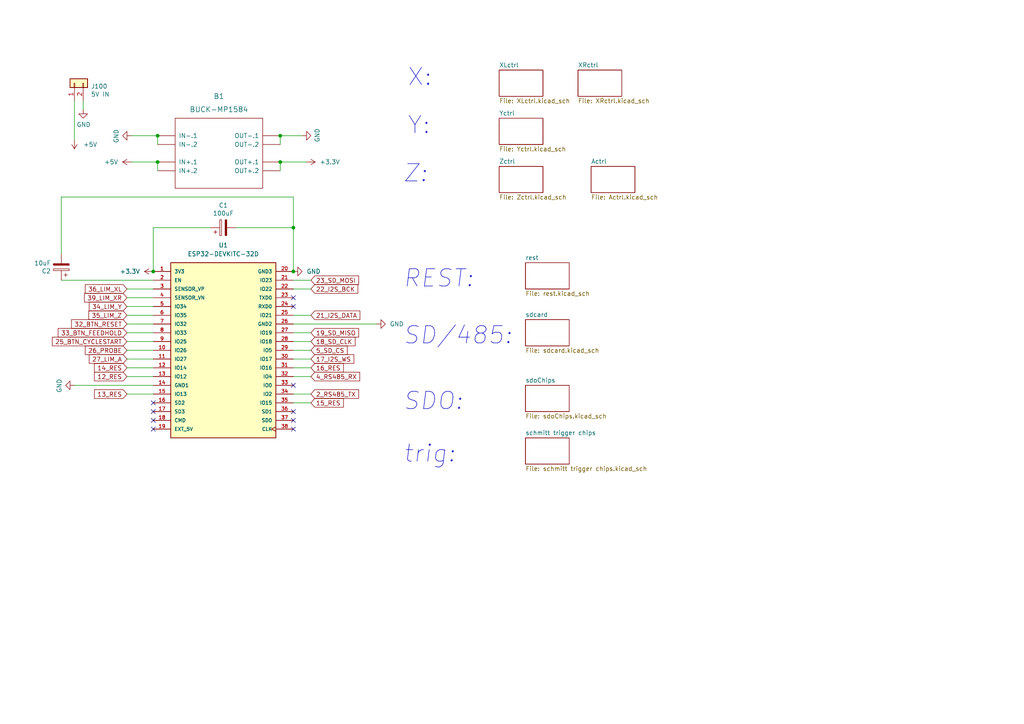
<source format=kicad_sch>
(kicad_sch (version 20211123) (generator eeschema)
  (paper "A4")
  (lib_symbols
    (symbol "Connector_Generic:Conn_01x02" (pin_names (offset 1.016) hide)
      (property "Reference" "J" (at 0 2.54 0))
      (property "Value" "Conn_01x02" (at 0 -5.08 0))
      (symbol "Conn_01x02_1_1"
        (rectangle (start -1.27 -2.413) (end 0 -2.667) (stroke (width 0.1524)))
        (rectangle (start -1.27 0.127) (end 0 -0.127) (stroke (width 0.1524)))
        (rectangle (start -1.27 1.27) (end 1.27 -3.81) (stroke (width 0.254)) (fill (type background)))
        (pin passive line (at -5.08 0 0) (length 3.81) (name "Pin_1") (number "1"))
        (pin passive line (at -5.08 -2.54 0) (length 3.81) (name "Pin_2") (number "2"))
      )
    )
    (symbol "Device:C_Polarized" (pin_numbers hide) (pin_names (offset 0.254))
      (property "Reference" "C" (at 0.635 2.54 0))
      (property "Value" "C_Polarized" (at 0.635 -2.54 0))
      (symbol "C_Polarized_0_1"
        (rectangle (start -2.286 0.508) (end 2.286 1.016))
        (polyline (pts (xy -1.778 2.286) (xy -0.762 2.286)))
        (polyline (pts (xy -1.27 2.794) (xy -1.27 1.778)))
        (rectangle (start 2.286 -0.508) (end -2.286 -1.016) (fill (type outline)))
      )
      (symbol "C_Polarized_1_1"
        (pin passive line (at 0 3.81 270) (length 2.794) (name "~") (number "1"))
        (pin passive line (at 0 -3.81 90) (length 2.794) (name "~") (number "2"))
      )
    )
    (symbol "cncBord3-rescue:DC-DC-STEP-DOWN-MP1584-slydif_standard" (pin_names (offset 1.016))
      (property "Value" "DC-DC-STEP-DOWN-MP1584-slydif_standard" (at -12.7 12.7 0))
      (symbol "DC-DC-STEP-DOWN-MP1584-slydif_standard_1_0"
        (polyline (pts (xy -12.7 -10.16) (xy -12.7 10.16)))
        (polyline (pts (xy -12.7 10.16) (xy 12.7 10.16)))
        (polyline (pts (xy 12.7 -10.16) (xy -12.7 -10.16)))
        (polyline (pts (xy 12.7 10.16) (xy 12.7 -10.16)))
        (pin bidirectional line (at -17.78 -2.54 0) (length 5.08) (name "IN+.1") (number "IN+.1"))
        (pin bidirectional line (at -17.78 -5.08 0) (length 5.08) (name "IN+.2") (number "IN+.2"))
        (pin bidirectional line (at -17.78 5.08 0) (length 5.08) (name "IN-.1") (number "IN-.1"))
        (pin bidirectional line (at -17.78 2.54 0) (length 5.08) (name "IN-.2") (number "IN-.2"))
        (pin bidirectional line (at 17.78 -2.54 180) (length 5.08) (name "OUT+.1") (number "OUT+.1"))
        (pin bidirectional line (at 17.78 -5.08 180) (length 5.08) (name "OUT+.2") (number "OUT+.2"))
        (pin bidirectional line (at 17.78 5.08 180) (length 5.08) (name "OUT-.1") (number "OUT-.1"))
        (pin bidirectional line (at 17.78 2.54 180) (length 5.08) (name "OUT-.2") (number "OUT-.2"))
      )
    )
    (symbol "cncBord3-rescue:ESP32-DEVKITC-32D-ESP32-DEVKITC-32D" (pin_names (offset 1.016))
      (property "Reference" "U" (at -15.2654 26.0604 0))
      (property "Value" "ESP32-DEVKITC-32D-ESP32-DEVKITC-32D" (at -15.2654 -27.9654 0))
      (symbol "ESP32-DEVKITC-32D-ESP32-DEVKITC-32D_0_0"
        (rectangle (start -15.24 -25.4) (end 15.24 25.4) (stroke (width 0.254)) (fill (type background)))
        (pin power_in line (at -20.32 22.86 0) (length 5.08) (name "3V3") (number "1"))
        (pin bidirectional line (at -20.32 0 0) (length 5.08) (name "IO26") (number "10"))
        (pin bidirectional line (at -20.32 -2.54 0) (length 5.08) (name "IO27") (number "11"))
        (pin bidirectional line (at -20.32 -5.08 0) (length 5.08) (name "IO14") (number "12"))
        (pin bidirectional line (at -20.32 -7.62 0) (length 5.08) (name "IO12") (number "13"))
        (pin power_in line (at -20.32 -10.16 0) (length 5.08) (name "GND1") (number "14"))
        (pin bidirectional line (at -20.32 -12.7 0) (length 5.08) (name "IO13") (number "15"))
        (pin bidirectional line (at -20.32 -15.24 0) (length 5.08) (name "SD2") (number "16"))
        (pin bidirectional line (at -20.32 -17.78 0) (length 5.08) (name "SD3") (number "17"))
        (pin bidirectional line (at -20.32 -20.32 0) (length 5.08) (name "CMD") (number "18"))
        (pin power_in line (at -20.32 -22.86 0) (length 5.08) (name "EXT_5V") (number "19"))
        (pin input line (at -20.32 20.32 0) (length 5.08) (name "EN") (number "2"))
        (pin power_in line (at 20.32 22.86 180) (length 5.08) (name "GND3") (number "20"))
        (pin bidirectional line (at 20.32 20.32 180) (length 5.08) (name "IO23") (number "21"))
        (pin bidirectional line (at 20.32 17.78 180) (length 5.08) (name "IO22") (number "22"))
        (pin output line (at 20.32 15.24 180) (length 5.08) (name "TXD0") (number "23"))
        (pin input line (at 20.32 12.7 180) (length 5.08) (name "RXD0") (number "24"))
        (pin bidirectional line (at 20.32 10.16 180) (length 5.08) (name "IO21") (number "25"))
        (pin power_in line (at 20.32 7.62 180) (length 5.08) (name "GND2") (number "26"))
        (pin bidirectional line (at 20.32 5.08 180) (length 5.08) (name "IO19") (number "27"))
        (pin bidirectional line (at 20.32 2.54 180) (length 5.08) (name "IO18") (number "28"))
        (pin bidirectional line (at 20.32 0 180) (length 5.08) (name "IO5") (number "29"))
        (pin input line (at -20.32 17.78 0) (length 5.08) (name "SENSOR_VP") (number "3"))
        (pin bidirectional line (at 20.32 -2.54 180) (length 5.08) (name "IO17") (number "30"))
        (pin bidirectional line (at 20.32 -5.08 180) (length 5.08) (name "IO16") (number "31"))
        (pin bidirectional line (at 20.32 -7.62 180) (length 5.08) (name "IO4") (number "32"))
        (pin bidirectional line (at 20.32 -10.16 180) (length 5.08) (name "IO0") (number "33"))
        (pin bidirectional line (at 20.32 -12.7 180) (length 5.08) (name "IO2") (number "34"))
        (pin bidirectional line (at 20.32 -15.24 180) (length 5.08) (name "IO15") (number "35"))
        (pin bidirectional line (at 20.32 -17.78 180) (length 5.08) (name "SD1") (number "36"))
        (pin bidirectional line (at 20.32 -20.32 180) (length 5.08) (name "SD0") (number "37"))
        (pin input clock (at 20.32 -22.86 180) (length 5.08) (name "CLK") (number "38"))
        (pin input line (at -20.32 15.24 0) (length 5.08) (name "SENSOR_VN") (number "4"))
        (pin bidirectional line (at -20.32 12.7 0) (length 5.08) (name "IO34") (number "5"))
        (pin bidirectional line (at -20.32 10.16 0) (length 5.08) (name "IO35") (number "6"))
        (pin bidirectional line (at -20.32 7.62 0) (length 5.08) (name "IO32") (number "7"))
        (pin bidirectional line (at -20.32 5.08 0) (length 5.08) (name "IO33") (number "8"))
        (pin bidirectional line (at -20.32 2.54 0) (length 5.08) (name "IO25") (number "9"))
      )
    )
    (symbol "power:+3.3V" (power) (pin_names (offset 0))
      (property "Value" "+3.3V" (at 0 3.556 0))
      (symbol "+3.3V_0_1"
        (polyline (pts (xy -0.762 1.27) (xy 0 2.54)))
        (polyline (pts (xy 0 0) (xy 0 2.54)))
        (polyline (pts (xy 0 2.54) (xy 0.762 1.27)))
      )
      (symbol "+3.3V_1_1"
        (pin power_in line (at 0 0 90) (length 0) hide (name "+3.3V") (number "1"))
      )
    )
    (symbol "power:+5V" (power) (pin_names (offset 0))
      (property "Value" "+5V" (at 0 3.556 0))
      (symbol "+5V_0_1"
        (polyline (pts (xy -0.762 1.27) (xy 0 2.54)))
        (polyline (pts (xy 0 0) (xy 0 2.54)))
        (polyline (pts (xy 0 2.54) (xy 0.762 1.27)))
      )
      (symbol "+5V_1_1"
        (pin power_in line (at 0 0 90) (length 0) hide (name "+5V") (number "1"))
      )
    )
    (symbol "power:GND" (power) (pin_names (offset 0))
      (property "Value" "GND" (at 0 -3.81 0))
      (symbol "GND_0_1"
        (polyline (pts (xy 0 0) (xy 0 -1.27) (xy 1.27 -1.27) (xy 0 -2.54) (xy -1.27 -1.27) (xy 0 -1.27)))
      )
      (symbol "GND_1_1"
        (pin power_in line (at 0 0 270) (length 0) hide (name "GND") (number "1"))
      )
    )
  )
  (junction (at 44.45 78.74))
  (junction (at 45.72 46.99))
  (junction (at 81.28 46.99))
  (junction (at 85.09 66.04))
  (junction (at 45.72 39.37))
  (junction (at 85.09 78.74))
  (junction (at 81.28 39.37))
  (no_connect (at 44.45 124.46))
  (no_connect (at 85.09 86.36))
  (no_connect (at 85.09 88.9))
  (no_connect (at 85.09 119.38))
  (no_connect (at 44.45 119.38))
  (no_connect (at 85.09 111.76))
  (no_connect (at 44.45 116.84))
  (no_connect (at 85.09 121.92))
  (no_connect (at 44.45 121.92))
  (no_connect (at 85.09 124.46))
  (wire (pts (xy 85.09 66.04) (xy 85.09 78.74)))
  (wire (pts (xy 90.17 116.84) (xy 85.09 116.84)))
  (wire (pts (xy 85.09 106.68) (xy 90.17 106.68)))
  (wire (pts (xy 88.9 46.99) (xy 81.28 46.99)))
  (wire (pts (xy 44.45 83.82) (xy 36.83 83.82)))
  (wire (pts (xy 21.59 111.76) (xy 44.45 111.76)))
  (wire (pts (xy 36.83 114.3) (xy 44.45 114.3)))
  (wire (pts (xy 38.1 39.37) (xy 45.72 39.37)))
  (wire (pts (xy 45.72 41.91) (xy 45.72 39.37)))
  (wire (pts (xy 85.09 104.14) (xy 90.17 104.14)))
  (wire (pts (xy 36.83 99.06) (xy 44.45 99.06)))
  (wire (pts (xy 17.78 73.66) (xy 17.78 57.15)))
  (wire (pts (xy 38.1 46.99) (xy 45.72 46.99)))
  (wire (pts (xy 44.45 66.04) (xy 44.45 78.74)))
  (wire (pts (xy 17.78 57.15) (xy 85.09 57.15)))
  (wire (pts (xy 85.09 57.15) (xy 85.09 66.04)))
  (wire (pts (xy 90.17 101.6) (xy 85.09 101.6)))
  (wire (pts (xy 87.63 39.37) (xy 81.28 39.37)))
  (wire (pts (xy 21.59 40.64) (xy 21.59 29.21)))
  (wire (pts (xy 44.45 88.9) (xy 36.83 88.9)))
  (wire (pts (xy 44.45 93.98) (xy 36.83 93.98)))
  (wire (pts (xy 90.17 83.82) (xy 85.09 83.82)))
  (wire (pts (xy 36.83 86.36) (xy 44.45 86.36)))
  (wire (pts (xy 85.09 93.98) (xy 109.22 93.98)))
  (wire (pts (xy 36.83 106.68) (xy 44.45 106.68)))
  (wire (pts (xy 36.83 96.52) (xy 44.45 96.52)))
  (wire (pts (xy 36.83 101.6) (xy 44.45 101.6)))
  (wire (pts (xy 90.17 91.44) (xy 85.09 91.44)))
  (wire (pts (xy 17.78 81.28) (xy 44.45 81.28)))
  (wire (pts (xy 90.17 109.22) (xy 85.09 109.22)))
  (wire (pts (xy 36.83 104.14) (xy 44.45 104.14)))
  (wire (pts (xy 68.58 66.04) (xy 85.09 66.04)))
  (wire (pts (xy 85.09 81.28) (xy 90.17 81.28)))
  (wire (pts (xy 90.17 114.3) (xy 85.09 114.3)))
  (wire (pts (xy 81.28 41.91) (xy 81.28 39.37)))
  (wire (pts (xy 90.17 99.06) (xy 85.09 99.06)))
  (wire (pts (xy 60.96 66.04) (xy 44.45 66.04)))
  (wire (pts (xy 85.09 96.52) (xy 90.17 96.52)))
  (wire (pts (xy 24.13 29.21) (xy 24.13 31.75)))
  (wire (pts (xy 81.28 49.53) (xy 81.28 46.99)))
  (wire (pts (xy 44.45 109.22) (xy 36.83 109.22)))
  (wire (pts (xy 45.72 49.53) (xy 45.72 46.99)))
  (wire (pts (xy 44.45 91.44) (xy 36.83 91.44)))
  (text "Z:" (at 116.84 53.34 0) (effects (font (size 5.0038 5.0038) italic) (justify left bottom)))
  (text "Y:" (at 118.11 39.37 0) (effects (font (size 5.0038 5.0038)) (justify left bottom)))
  (text "SDO:" (at 116.84 119.38 0) (effects (font (size 5.0038 5.0038) italic) (justify left bottom)))
  (text "trig:" (at 116.84 134.62 0) (effects (font (size 5.0038 5.0038) italic) (justify left bottom)))
  (text "X:" (at 118.11 25.4 0) (effects (font (size 5.0038 5.0038)) (justify left bottom)))
  (text "SD/485:" (at 116.84 100.33 0) (effects (font (size 5.0038 5.0038) italic) (justify left bottom)))
  (text "REST:" (at 116.84 83.82 0) (effects (font (size 5.0038 5.0038) italic) (justify left bottom)))
  (global_label "15_RES" (shape input) (at 90.17 116.84 0) (property "Intersheet References" "${INTERSHEET_REFS}" (effects hide)))
  (global_label "17_I2S_WS" (shape input) (at 90.17 104.14 0) (property "Intersheet References" "${INTERSHEET_REFS}" (effects hide)))
  (global_label "16_RES" (shape input) (at 90.17 106.68 0) (property "Intersheet References" "${INTERSHEET_REFS}" (effects hide)))
  (global_label "32_BTN_RESET" (shape input) (at 36.83 93.98 180) (property "Intersheet References" "${INTERSHEET_REFS}" (effects hide)))
  (global_label "33_BTN_FEEDHOLD" (shape input) (at 36.83 96.52 180) (property "Intersheet References" "${INTERSHEET_REFS}" (effects hide)))
  (global_label "5_SD_CS" (shape input) (at 90.17 101.6 0) (property "Intersheet References" "${INTERSHEET_REFS}" (effects hide)))
  (global_label "35_LIM_Z" (shape input) (at 36.83 91.44 180) (property "Intersheet References" "${INTERSHEET_REFS}" (effects hide)))
  (global_label "4_RS485_RX" (shape input) (at 90.17 109.22 0) (property "Intersheet References" "${INTERSHEET_REFS}" (effects hide)))
  (global_label "25_BTN_CYCLESTART" (shape input) (at 36.83 99.06 180) (property "Intersheet References" "${INTERSHEET_REFS}" (effects hide)))
  (global_label "14_RES" (shape input) (at 36.83 106.68 180) (property "Intersheet References" "${INTERSHEET_REFS}" (effects hide)))
  (global_label "19_SD_MISO" (shape input) (at 90.17 96.52 0) (property "Intersheet References" "${INTERSHEET_REFS}" (effects hide)))
  (global_label "18_SD_CLK" (shape input) (at 90.17 99.06 0) (property "Intersheet References" "${INTERSHEET_REFS}" (effects hide)))
  (global_label "36_LIM_XL" (shape input) (at 36.83 83.82 180) (property "Intersheet References" "${INTERSHEET_REFS}" (effects hide)))
  (global_label "2_RS485_TX" (shape input) (at 90.17 114.3 0) (property "Intersheet References" "${INTERSHEET_REFS}" (effects hide)))
  (global_label "21_I2S_DATA" (shape input) (at 90.17 91.44 0) (property "Intersheet References" "${INTERSHEET_REFS}" (effects hide)))
  (global_label "34_LIM_Y" (shape input) (at 36.83 88.9 180) (property "Intersheet References" "${INTERSHEET_REFS}" (effects hide)))
  (global_label "27_LIM_A" (shape input) (at 36.83 104.14 180) (property "Intersheet References" "${INTERSHEET_REFS}" (effects hide)))
  (global_label "22_I2S_BCK" (shape input) (at 90.17 83.82 0) (property "Intersheet References" "${INTERSHEET_REFS}" (effects hide)))
  (global_label "13_RES" (shape input) (at 36.83 114.3 180) (property "Intersheet References" "${INTERSHEET_REFS}" (effects hide)))
  (global_label "26_PROBE" (shape input) (at 36.83 101.6 180) (property "Intersheet References" "${INTERSHEET_REFS}" (effects hide)))
  (global_label "12_RES" (shape input) (at 36.83 109.22 180) (property "Intersheet References" "${INTERSHEET_REFS}" (effects hide)))
  (global_label "23_SD_MOSI" (shape input) (at 90.17 81.28 0) (property "Intersheet References" "${INTERSHEET_REFS}" (effects hide)))
  (global_label "39_LIM_XR" (shape input) (at 36.83 86.36 180) (property "Intersheet References" "${INTERSHEET_REFS}" (effects hide)))
  (symbol (lib_id "power:GND") (at 38.1 39.37 270) (unit 1)
    (property "Reference" "#PWR0101" (effects hide))
    (property "Value" "GND" (at 33.7058 39.497 0))
  )
  (symbol (lib_id "power:GND") (at 87.63 39.37 90) (unit 1)
    (property "Reference" "#PWR0104" (effects hide))
    (property "Value" "GND" (at 92.0242 39.243 0))
  )
  (symbol (lib_id "Device:C_Polarized") (at 64.77 66.04 90) (unit 1)
    (property "Reference" "C1" (at 64.77 59.563 90))
    (property "Value" "100uF" (at 64.77 61.8744 90))
    (property "Footprint" "Capacitor_THT:CP_Radial_D6.3mm_P2.50mm" (effects hide))
  )
  (symbol (lib_id "power:GND") (at 21.59 111.76 270) (unit 1)
    (property "Reference" "#PWR0106" (effects hide))
    (property "Value" "GND" (at 17.1958 111.887 0))
  )
  (symbol (lib_id "Device:C_Polarized") (at 17.78 77.47 180) (unit 1)
    (property "Reference" "C2" (at 14.7828 78.6384 0) (effects (justify left)))
    (property "Value" "10uF" (at 14.7828 76.327 0) (effects (justify left)))
    (property "Footprint" "Capacitor_THT:CP_Radial_D6.3mm_P2.50mm" (effects hide))
  )
  (symbol (lib_id "Connector_Generic:Conn_01x02") (at 21.59 24.13 90) (unit 1)
    (property "Reference" "J100" (at 26.3652 25.0444 90) (effects (justify right)))
    (property "Value" "5V IN" (at 26.3652 27.3558 90) (effects (justify right)))
    (property "Footprint" "Connector_Phoenix_MC_HighVoltage:PhoenixContact_MCV_1,5_2-G-5.08_1x02_P5.08mm_Vertical" (effects hide))
  )
  (symbol (lib_id "power:GND") (at 24.13 31.75 0) (unit 1)
    (property "Reference" "#PWR0163" (effects hide))
    (property "Value" "GND" (at 24.257 36.1442 0))
  )
  (symbol (lib_id "power:+5V") (at 38.1 46.99 90) (unit 1)
    (property "Reference" "#PWR0102" (effects hide))
    (property "Value" "+5V" (at 34.29 46.9899 90) (effects (justify left)))
  )
  (symbol (lib_id "cncBord3-rescue:ESP32-DEVKITC-32D-ESP32-DEVKITC-32D") (at 64.77 101.6 0) (unit 1)
    (property "Reference" "U1" (at 64.77 71.12 0))
    (property "Value" "ESP32-DEVKITC-32D" (at 64.77 73.66 0))
    (property "Footprint" "extra kicad footprints:MODULE_ESP32-DEVKITC-32D" (effects hide))
    (property "MANUFACTURER" "Espressif Systems" (effects hide))
    (property "PARTREV" "4" (effects hide))
  )
  (symbol (lib_id "power:+5V") (at 21.59 40.64 180) (unit 1)
    (property "Reference" "#PWR0109" (effects hide))
    (property "Value" "+5V" (at 24.13 41.9099 0) (effects (justify right)))
  )
  (symbol (lib_id "cncBord3-rescue:DC-DC-STEP-DOWN-MP1584-slydif_standard") (at 63.5 44.45 0) (unit 1)
    (property "Reference" "B1" (at 63.5 27.94 0) (effects (font (size 1.4986 1.4986))))
    (property "Value" "BUCK-MP1584" (at 63.5 31.75 0) (effects (font (size 1.4986 1.4986))))
    (property "Footprint" "extra kicad footprints:DC-DC-STEP-DOWN-MP1584" (effects hide))
  )
  (symbol (lib_id "power:+3.3V") (at 44.45 78.74 90) (unit 1)
    (property "Reference" "#PWR0108" (effects hide))
    (property "Value" "+3.3V" (at 40.64 78.7399 90) (effects (justify left)))
  )
  (symbol (lib_id "power:GND") (at 85.09 78.74 90) (unit 1)
    (property "Reference" "#PWR0105" (effects hide))
    (property "Value" "GND" (at 88.9 78.7399 90) (effects (justify right)))
  )
  (symbol (lib_id "power:GND") (at 109.22 93.98 90) (unit 1)
    (property "Reference" "#PWR0107" (effects hide))
    (property "Value" "GND" (at 113.03 93.9799 90) (effects (justify right)))
  )
  (symbol (lib_id "power:+3.3V") (at 88.9 46.99 270) (unit 1)
    (property "Reference" "#PWR0103" (effects hide))
    (property "Value" "+3.3V" (at 92.71 46.9899 90) (effects (justify left)))
  )
  (sheet (at 144.78 20.32) (size 12.7 7.62)
    (property "Sheet name" "XLctrl" (at 144.78 19.6084 0) (effects (justify left bottom)))
    (property "Sheet file" "XLctrl.kicad_sch" (at 144.78 28.5246 0) (effects (justify left top)))
  )
  (sheet (at 152.4 92.71) (size 12.7 7.62)
    (property "Sheet name" "sdcard" (at 152.4 91.9984 0) (effects (justify left bottom)))
    (property "Sheet file" "sdcard.kicad_sch" (at 152.4 100.9146 0) (effects (justify left top)))
  )
  (sheet (at 167.64 20.32) (size 12.7 7.62)
    (property "Sheet name" "XRctrl" (at 167.64 19.6084 0) (effects (justify left bottom)))
    (property "Sheet file" "XRctrl.kicad_sch" (at 167.64 28.5246 0) (effects (justify left top)))
  )
  (sheet (at 144.78 34.29) (size 12.7 7.62)
    (property "Sheet name" "Yctrl" (at 144.78 33.5784 0) (effects (justify left bottom)))
    (property "Sheet file" "Yctrl.kicad_sch" (at 144.78 42.4946 0) (effects (justify left top)))
  )
  (sheet (at 152.4 76.2) (size 12.7 7.62)
    (property "Sheet name" "rest" (at 152.4 75.4884 0) (effects (justify left bottom)))
    (property "Sheet file" "rest.kicad_sch" (at 152.4 84.4046 0) (effects (justify left top)))
  )
  (sheet (at 144.78 48.26) (size 12.7 7.62)
    (property "Sheet name" "Zctrl" (at 144.78 47.5484 0) (effects (justify left bottom)))
    (property "Sheet file" "Zctrl.kicad_sch" (at 144.78 56.4646 0) (effects (justify left top)))
  )
  (sheet (at 152.4 127) (size 12.7 7.62) (stroke (width 0.1524))
    (property "Sheet name" "schmitt trigger chips" (at 152.4 126.2884 0) (effects (justify left bottom)))
    (property "Sheet file" "schmitt trigger chips.kicad_sch" (at 152.4 135.2046 0) (effects (justify left top)))
  )
  (sheet (at 152.4 111.76) (size 12.7 7.62) (stroke (width 0.1524))
    (property "Sheet name" "sdoChips" (at 152.4 111.0484 0) (effects (justify left bottom)))
    (property "Sheet file" "sdoChips.kicad_sch" (at 152.4 119.9646 0) (effects (justify left top)))
  )
  (sheet (at 171.45 48.26) (size 12.7 7.62)
    (property "Sheet name" "Actrl" (at 171.45 47.5484 0) (effects (justify left bottom)))
    (property "Sheet file" "Actrl.kicad_sch" (at 171.45 56.4646 0) (effects (justify left top)))
  )
)
</source>
